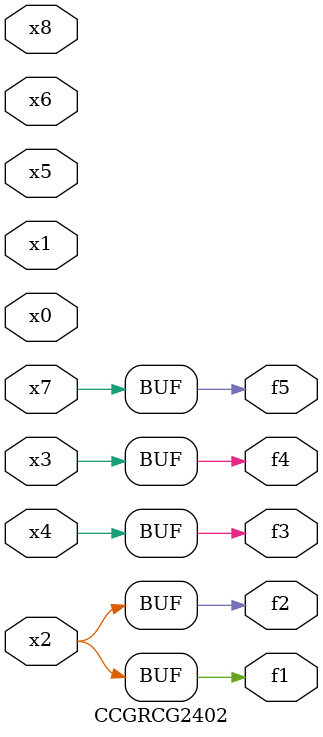
<source format=v>
module CCGRCG2402(
	input x0, x1, x2, x3, x4, x5, x6, x7, x8,
	output f1, f2, f3, f4, f5
);
	assign f1 = x2;
	assign f2 = x2;
	assign f3 = x4;
	assign f4 = x3;
	assign f5 = x7;
endmodule

</source>
